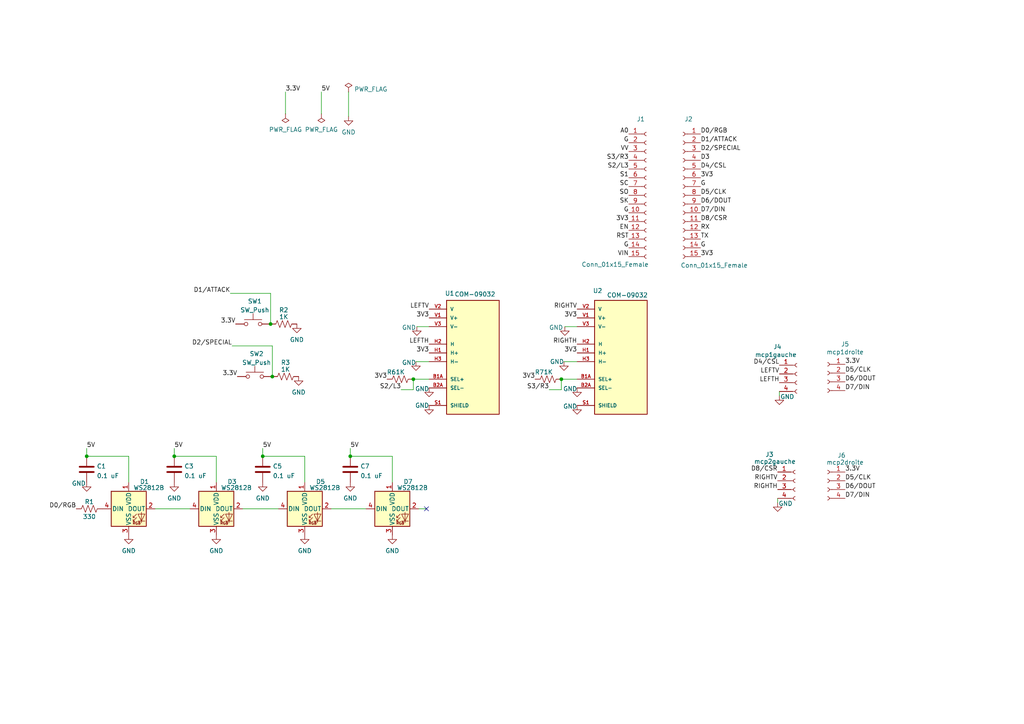
<source format=kicad_sch>
(kicad_sch (version 20211123) (generator eeschema)
  (paper "A4")
  (title_block (title "Manette_Robot_NAO") (date "2022-11-15") (rev "1.0") (company "Cégep de Sherbrooke") (comment 1 "Technologie de systèmes ordinés") (comment 2 "Gestion de l'information") (comment 3 "247-517-SH") (comment 4 "Marc-Étienne Gendron-Fontaine, Jessy Grimard-Maheux, Zachary Poulin et Mohammad Barin Wahidi"))
  (lib_symbols
    (symbol "Connector:Conn_01x04_Female" (pin_names (offset 1.016) hide)
      (property "Reference" "J" (at 0 5.08 0))
      (property "Value" "Conn_01x04_Female" (at 0 -7.62 0))
      (symbol "Conn_01x04_Female_1_1"
        (arc (start 0 -4.572) (mid -0.508 -5.08) (end 0 -5.588) (stroke (width 0.1524)))
        (arc (start 0 -2.032) (mid -0.508 -2.54) (end 0 -3.048) (stroke (width 0.1524)))
        (polyline (pts (xy -1.27 -5.08) (xy -0.508 -5.08)) (stroke (width 0.1524)))
        (polyline (pts (xy -1.27 -2.54) (xy -0.508 -2.54)) (stroke (width 0.1524)))
        (polyline (pts (xy -1.27 0) (xy -0.508 0)) (stroke (width 0.1524)))
        (polyline (pts (xy -1.27 2.54) (xy -0.508 2.54)) (stroke (width 0.1524)))
        (arc (start 0 0.508) (mid -0.508 0) (end 0 -0.508) (stroke (width 0.1524)))
        (arc (start 0 3.048) (mid -0.508 2.54) (end 0 2.032) (stroke (width 0.1524)))
        (pin passive line (at -5.08 2.54 0) (length 3.81) (name "Pin_1") (number "1"))
        (pin passive line (at -5.08 0 0) (length 3.81) (name "Pin_2") (number "2"))
        (pin passive line (at -5.08 -2.54 0) (length 3.81) (name "Pin_3") (number "3"))
        (pin passive line (at -5.08 -5.08 0) (length 3.81) (name "Pin_4") (number "4"))
      )
    )
    (symbol "Connector:Conn_01x15_Female" (pin_names (offset 1.016) hide)
      (property "Reference" "J" (at 0 20.32 0))
      (property "Value" "Conn_01x15_Female" (at 0 -20.32 0))
      (symbol "Conn_01x15_Female_1_1"
        (arc (start 0 -17.272) (mid -0.508 -17.78) (end 0 -18.288) (stroke (width 0.1524)))
        (arc (start 0 -14.732) (mid -0.508 -15.24) (end 0 -15.748) (stroke (width 0.1524)))
        (arc (start 0 -12.192) (mid -0.508 -12.7) (end 0 -13.208) (stroke (width 0.1524)))
        (arc (start 0 -9.652) (mid -0.508 -10.16) (end 0 -10.668) (stroke (width 0.1524)))
        (arc (start 0 -7.112) (mid -0.508 -7.62) (end 0 -8.128) (stroke (width 0.1524)))
        (arc (start 0 -4.572) (mid -0.508 -5.08) (end 0 -5.588) (stroke (width 0.1524)))
        (arc (start 0 -2.032) (mid -0.508 -2.54) (end 0 -3.048) (stroke (width 0.1524)))
        (polyline (pts (xy -1.27 -17.78) (xy -0.508 -17.78)) (stroke (width 0.1524)))
        (polyline (pts (xy -1.27 -15.24) (xy -0.508 -15.24)) (stroke (width 0.1524)))
        (polyline (pts (xy -1.27 -12.7) (xy -0.508 -12.7)) (stroke (width 0.1524)))
        (polyline (pts (xy -1.27 -10.16) (xy -0.508 -10.16)) (stroke (width 0.1524)))
        (polyline (pts (xy -1.27 -7.62) (xy -0.508 -7.62)) (stroke (width 0.1524)))
        (polyline (pts (xy -1.27 -5.08) (xy -0.508 -5.08)) (stroke (width 0.1524)))
        (polyline (pts (xy -1.27 -2.54) (xy -0.508 -2.54)) (stroke (width 0.1524)))
        (polyline (pts (xy -1.27 0) (xy -0.508 0)) (stroke (width 0.1524)))
        (polyline (pts (xy -1.27 2.54) (xy -0.508 2.54)) (stroke (width 0.1524)))
        (polyline (pts (xy -1.27 5.08) (xy -0.508 5.08)) (stroke (width 0.1524)))
        (polyline (pts (xy -1.27 7.62) (xy -0.508 7.62)) (stroke (width 0.1524)))
        (polyline (pts (xy -1.27 10.16) (xy -0.508 10.16)) (stroke (width 0.1524)))
        (polyline (pts (xy -1.27 12.7) (xy -0.508 12.7)) (stroke (width 0.1524)))
        (polyline (pts (xy -1.27 15.24) (xy -0.508 15.24)) (stroke (width 0.1524)))
        (polyline (pts (xy -1.27 17.78) (xy -0.508 17.78)) (stroke (width 0.1524)))
        (arc (start 0 0.508) (mid -0.508 0) (end 0 -0.508) (stroke (width 0.1524)))
        (arc (start 0 3.048) (mid -0.508 2.54) (end 0 2.032) (stroke (width 0.1524)))
        (arc (start 0 5.588) (mid -0.508 5.08) (end 0 4.572) (stroke (width 0.1524)))
        (arc (start 0 8.128) (mid -0.508 7.62) (end 0 7.112) (stroke (width 0.1524)))
        (arc (start 0 10.668) (mid -0.508 10.16) (end 0 9.652) (stroke (width 0.1524)))
        (arc (start 0 13.208) (mid -0.508 12.7) (end 0 12.192) (stroke (width 0.1524)))
        (arc (start 0 15.748) (mid -0.508 15.24) (end 0 14.732) (stroke (width 0.1524)))
        (arc (start 0 18.288) (mid -0.508 17.78) (end 0 17.272) (stroke (width 0.1524)))
        (pin passive line (at -5.08 17.78 0) (length 3.81) (name "Pin_1") (number "1"))
        (pin passive line (at -5.08 -5.08 0) (length 3.81) (name "Pin_10") (number "10"))
        (pin passive line (at -5.08 -7.62 0) (length 3.81) (name "Pin_11") (number "11"))
        (pin passive line (at -5.08 -10.16 0) (length 3.81) (name "Pin_12") (number "12"))
        (pin passive line (at -5.08 -12.7 0) (length 3.81) (name "Pin_13") (number "13"))
        (pin passive line (at -5.08 -15.24 0) (length 3.81) (name "Pin_14") (number "14"))
        (pin passive line (at -5.08 -17.78 0) (length 3.81) (name "Pin_15") (number "15"))
        (pin passive line (at -5.08 15.24 0) (length 3.81) (name "Pin_2") (number "2"))
        (pin passive line (at -5.08 12.7 0) (length 3.81) (name "Pin_3") (number "3"))
        (pin passive line (at -5.08 10.16 0) (length 3.81) (name "Pin_4") (number "4"))
        (pin passive line (at -5.08 7.62 0) (length 3.81) (name "Pin_5") (number "5"))
        (pin passive line (at -5.08 5.08 0) (length 3.81) (name "Pin_6") (number "6"))
        (pin passive line (at -5.08 2.54 0) (length 3.81) (name "Pin_7") (number "7"))
        (pin passive line (at -5.08 0 0) (length 3.81) (name "Pin_8") (number "8"))
        (pin passive line (at -5.08 -2.54 0) (length 3.81) (name "Pin_9") (number "9"))
      )
    )
    (symbol "Device:C" (pin_numbers hide) (pin_names (offset 0.254))
      (property "Reference" "C" (at 0.635 2.54 0))
      (property "Value" "C" (at 0.635 -2.54 0))
      (symbol "C_0_1"
        (polyline (pts (xy -2.032 -0.762) (xy 2.032 -0.762)) (stroke (width 0.508)))
        (polyline (pts (xy -2.032 0.762) (xy 2.032 0.762)) (stroke (width 0.508)))
      )
      (symbol "C_1_1"
        (pin passive line (at 0 3.81 270) (length 2.794) (name "~") (number "1"))
        (pin passive line (at 0 -3.81 90) (length 2.794) (name "~") (number "2"))
      )
    )
    (symbol "Device:R_US" (pin_numbers hide) (pin_names (offset 0))
      (property "Reference" "R" (at 2.54 0 90))
      (property "Value" "R_US" (at -2.54 0 90))
      (symbol "R_US_0_1"
        (polyline (pts (xy 0 -2.286) (xy 0 -2.54)))
        (polyline (pts (xy 0 2.286) (xy 0 2.54)))
        (polyline (pts (xy 0 -0.762) (xy 1.016 -1.143) (xy 0 -1.524) (xy -1.016 -1.905) (xy 0 -2.286)))
        (polyline (pts (xy 0 0.762) (xy 1.016 0.381) (xy 0 0) (xy -1.016 -0.381) (xy 0 -0.762)))
        (polyline (pts (xy 0 2.286) (xy 1.016 1.905) (xy 0 1.524) (xy -1.016 1.143) (xy 0 0.762)))
      )
      (symbol "R_US_1_1"
        (pin passive line (at 0 3.81 270) (length 1.27) (name "~") (number "1"))
        (pin passive line (at 0 -3.81 90) (length 1.27) (name "~") (number "2"))
      )
    )
    (symbol "LED:WS2812B" (pin_names (offset 0.254))
      (property "Reference" "D" (at 5.08 5.715 0))
      (property "Value" "WS2812B" (at 1.27 -5.715 0))
      (symbol "WS2812B_0_0"
        (text "RGB" (at 2.286 -4.191 0) (effects (font (size 0.762 0.762))))
      )
      (symbol "WS2812B_0_1"
        (polyline (pts (xy 1.27 -3.556) (xy 1.778 -3.556)))
        (polyline (pts (xy 1.27 -2.54) (xy 1.778 -2.54)))
        (polyline (pts (xy 4.699 -3.556) (xy 2.667 -3.556)))
        (polyline (pts (xy 2.286 -2.54) (xy 1.27 -3.556) (xy 1.27 -3.048)))
        (polyline (pts (xy 2.286 -1.524) (xy 1.27 -2.54) (xy 1.27 -2.032)))
        (polyline (pts (xy 3.683 -1.016) (xy 3.683 -3.556) (xy 3.683 -4.064)))
        (polyline (pts (xy 4.699 -1.524) (xy 2.667 -1.524) (xy 3.683 -3.556) (xy 4.699 -1.524)))
        (rectangle (start 5.08 5.08) (end -5.08 -5.08) (stroke (width 0.254)) (fill (type background)))
      )
      (symbol "WS2812B_1_1"
        (pin power_in line (at 0 7.62 270) (length 2.54) (name "VDD") (number "1"))
        (pin output line (at 7.62 0 180) (length 2.54) (name "DOUT") (number "2"))
        (pin power_in line (at 0 -7.62 90) (length 2.54) (name "VSS") (number "3"))
        (pin input line (at -7.62 0 0) (length 2.54) (name "DIN") (number "4"))
      )
    )
    (symbol "LibForCustom:COM-09032" (pin_names (offset 1.016))
      (property "Reference" "U" (at -7.62 16.002 0))
      (property "Value" "COM-09032" (at -7.62 -20.32 0))
      (symbol "COM-09032_0_0"
        (rectangle (start -7.62 -17.78) (end 7.62 15.24) (stroke (width 0.254)) (fill (type background)))
        (pin passive line (at -12.7 -7.62 0) (length 5.08) (name "SEL+") (number "B1A"))
        (pin passive line (at -12.7 -10.16 0) (length 5.08) (name "SEL-") (number "B2A"))
        (pin passive line (at -12.7 0 0) (length 5.08) (name "H+") (number "H1"))
        (pin passive line (at -12.7 2.54 0) (length 5.08) (name "H") (number "H2"))
        (pin passive line (at -12.7 -2.54 0) (length 5.08) (name "H-") (number "H3"))
        (pin passive line (at -12.7 -15.24 0) (length 5.08) (name "SHIELD") (number "S1"))
        (pin passive line (at -12.7 -15.24 0) (length 5.08) hide (name "SHIELD") (number "S2"))
        (pin passive line (at -12.7 -15.24 0) (length 5.08) hide (name "SHIELD") (number "S3"))
        (pin passive line (at -12.7 -15.24 0) (length 5.08) hide (name "SHIELD") (number "S4"))
        (pin passive line (at -12.7 10.16 0) (length 5.08) (name "V+") (number "V1"))
        (pin passive line (at -12.7 12.7 0) (length 5.08) (name "V") (number "V2"))
        (pin passive line (at -12.7 7.62 0) (length 5.08) (name "V-") (number "V3"))
      )
    )
    (symbol "Switch:SW_Push" (pin_numbers hide) (pin_names (offset 1.016) hide)
      (property "Reference" "SW" (at 1.27 2.54 0))
      (property "Value" "SW_Push" (at 0 -1.524 0))
      (symbol "SW_Push_0_1"
        (circle (center -2.032 0) (radius 0.508))
        (polyline (pts (xy 0 1.27) (xy 0 3.048)))
        (polyline (pts (xy 2.54 1.27) (xy -2.54 1.27)))
        (circle (center 2.032 0) (radius 0.508))
        (pin passive line (at -5.08 0 0) (length 2.54) (name "1") (number "1"))
        (pin passive line (at 5.08 0 180) (length 2.54) (name "2") (number "2"))
      )
    )
    (symbol "power:GND" (power) (pin_names (offset 0))
      (property "Value" "GND" (at 0 -3.81 0))
      (symbol "GND_0_1"
        (polyline (pts (xy 0 0) (xy 0 -1.27) (xy 1.27 -1.27) (xy 0 -2.54) (xy -1.27 -1.27) (xy 0 -1.27)))
      )
      (symbol "GND_1_1"
        (pin power_in line (at 0 0 270) (length 0) hide (name "GND") (number "1"))
      )
    )
    (symbol "power:PWR_FLAG" (power) (pin_numbers hide) (pin_names (offset 0) hide)
      (property "Value" "PWR_FLAG" (at 0 3.81 0))
      (symbol "PWR_FLAG_0_0"
        (pin power_out line (at 0 0 90) (length 0) (name "pwr") (number "1"))
      )
      (symbol "PWR_FLAG_0_1"
        (polyline (pts (xy 0 0) (xy 0 1.27) (xy -1.016 1.905) (xy 0 2.54) (xy 1.016 1.905) (xy 0 1.27)))
      )
    )
  )
  (junction (at 78.994 109.22))
  (junction (at 76.2 132.334))
  (junction (at 101.6 132.334))
  (junction (at 78.486 93.98))
  (junction (at 162.814 109.982))
  (junction (at 119.888 109.982))
  (junction (at 25.146 132.334))
  (junction (at 50.546 132.334))
  (no_connect (at 123.698 147.574))
  (wire (pts (xy 78.486 93.98) (xy 78.486 85.09)))
  (wire (pts (xy 76.2 130.048) (xy 76.2 132.334)))
  (wire (pts (xy 96.012 147.574) (xy 106.172 147.574)))
  (wire (pts (xy 93.218 33.02) (xy 93.218 26.67)))
  (wire (pts (xy 124.46 109.982) (xy 119.888 109.982)))
  (wire (pts (xy 226.06 113.538) (xy 226.06 114.808)))
  (wire (pts (xy 76.2 132.334) (xy 88.392 132.334)))
  (wire (pts (xy 78.994 109.22) (xy 78.994 100.33)))
  (wire (pts (xy 163.83 94.742) (xy 167.386 94.742)))
  (wire (pts (xy 37.338 132.334) (xy 37.338 139.954)))
  (wire (pts (xy 82.804 33.02) (xy 82.804 26.67)))
  (wire (pts (xy 120.904 94.742) (xy 124.46 94.742)))
  (wire (pts (xy 62.738 132.334) (xy 62.738 139.954)))
  (wire (pts (xy 163.576 104.902) (xy 167.386 104.902)))
  (wire (pts (xy 167.386 109.982) (xy 162.814 109.982)))
  (wire (pts (xy 25.146 130.048) (xy 25.146 132.334)))
  (wire (pts (xy 159.258 113.03) (xy 162.814 113.03)))
  (wire (pts (xy 25.146 132.334) (xy 37.338 132.334)))
  (wire (pts (xy 50.546 130.048) (xy 50.546 132.334)))
  (wire (pts (xy 78.994 100.33) (xy 67.31 100.33)))
  (wire (pts (xy 116.332 113.03) (xy 119.888 113.03)))
  (wire (pts (xy 120.65 104.902) (xy 124.46 104.902)))
  (wire (pts (xy 70.358 147.574) (xy 80.772 147.574)))
  (wire (pts (xy 78.486 85.09) (xy 66.802 85.09)))
  (wire (pts (xy 225.552 144.526) (xy 225.552 145.796)))
  (wire (pts (xy 50.546 132.334) (xy 62.738 132.334)))
  (wire (pts (xy 162.814 109.982) (xy 162.814 113.03)))
  (wire (pts (xy 113.792 132.334) (xy 113.792 139.954)))
  (wire (pts (xy 121.412 147.574) (xy 123.698 147.574)))
  (wire (pts (xy 44.958 147.574) (xy 55.118 147.574)))
  (wire (pts (xy 119.888 109.982) (xy 119.888 113.03)))
  (wire (pts (xy 88.392 132.334) (xy 88.392 139.954)))
  (wire (pts (xy 101.6 130.048) (xy 101.6 132.334)))
  (wire (pts (xy 101.6 132.334) (xy 113.792 132.334)))
  (wire (pts (xy 101.092 26.67) (xy 101.092 33.782)))
  (label "D7{slash}DIN" (at 245.11 144.526 0))
  (label "5V" (at 76.2 130.048 0))
  (label "D6{slash}DOUT" (at 245.11 141.986 0))
  (label "5V" (at 93.218 26.67 0))
  (label "G" (at 182.372 41.402 180))
  (label "LEFTV" (at 226.06 108.458 180))
  (label "VIN" (at 182.372 74.422 180))
  (label "D7{slash}DIN" (at 245.11 113.284 0))
  (label "D8{slash}CSR" (at 225.552 136.906 180))
  (label "G" (at 182.372 61.722 180))
  (label "D1{slash}ATTACK" (at 66.802 85.09 180))
  (label "D2{slash}SPECIAL" (at 67.31 100.33 180))
  (label "D2{slash}SPECIAL" (at 203.2 43.942 0))
  (label "3V3" (at 124.46 102.362 180))
  (label "D0{slash}RGB" (at 203.2 38.862 0))
  (label "RST" (at 182.372 69.342 180))
  (label "A0" (at 182.372 38.862 180))
  (label "G" (at 203.2 54.102 0))
  (label "RIGHTH" (at 225.552 141.986 180))
  (label "D6{slash}DOUT" (at 203.2 59.182 0))
  (label "SO" (at 182.372 56.642 180))
  (label "EN" (at 182.372 66.802 180))
  (label "D4{slash}CSL" (at 226.06 105.918 180))
  (label "D1{slash}ATTACK" (at 203.2 41.402 0))
  (label "D5{slash}CLK" (at 245.11 139.446 0))
  (label "5V" (at 101.6 130.048 0))
  (label "RIGHTH" (at 167.386 99.822 180))
  (label "S2{slash}L3" (at 182.372 49.022 180))
  (label "3V3" (at 203.2 51.562 0))
  (label "3V3" (at 203.2 74.422 0))
  (label "G" (at 182.372 71.882 180))
  (label "3.3V" (at 68.834 109.22 180))
  (label "3V3" (at 167.386 92.202 180))
  (label "D5{slash}CLK" (at 245.11 108.204 0))
  (label "RIGHTV" (at 167.386 89.662 180))
  (label "D3" (at 203.2 46.482 0))
  (label "D4{slash}CSL" (at 203.2 49.022 0))
  (label "5V" (at 25.146 130.048 0))
  (label "VV" (at 182.372 43.942 180))
  (label "3.3V" (at 245.11 136.906 0))
  (label "3V3" (at 182.372 64.262 180))
  (label "S2{slash}L3" (at 116.332 113.03 180))
  (label "3V3" (at 112.268 109.982 180))
  (label "S1" (at 182.372 51.562 180))
  (label "D0{slash}RGB" (at 22.098 147.574 180))
  (label "D6{slash}DOUT" (at 245.11 110.744 0))
  (label "3V3" (at 155.194 109.982 180))
  (label "SK" (at 182.372 59.182 180))
  (label "3V3" (at 167.386 102.362 180))
  (label "S3{slash}R3" (at 182.372 46.482 180))
  (label "LEFTV" (at 124.46 89.662 180))
  (label "RIGHTV" (at 225.552 139.446 180))
  (label "SC" (at 182.372 54.102 180))
  (label "LEFTH" (at 226.06 110.998 180))
  (label "D7{slash}DIN" (at 203.2 61.722 0))
  (label "G" (at 203.2 71.882 0))
  (label "3V3" (at 124.46 92.202 180))
  (label "3.3V" (at 245.11 105.664 0))
  (label "LEFTH" (at 124.46 99.822 180))
  (label "RX" (at 203.2 66.802 0))
  (label "D8{slash}CSR" (at 203.2 64.262 0))
  (label "S3{slash}R3" (at 159.258 113.03 180))
  (label "D5{slash}CLK" (at 203.2 56.642 0))
  (label "3.3V" (at 82.804 26.67 0))
  (label "TX" (at 203.2 69.342 0))
  (label "3.3V" (at 68.326 93.98 180))
  (label "5V" (at 50.546 130.048 0))
  (symbol (lib_id "Connector:Conn_01x15_Female") (at 187.452 56.642 0) (unit 1)
    (property "Reference" "J1" (at 184.658 34.544 0) (effects (justify left)))
    (property "Value" "Conn_01x15_Female" (at 168.656 76.708 0) (effects (justify left)))
    (property "Footprint" "Connector_PinSocket_2.54mm:PinSocket_1x15_P2.54mm_Vertical" (effects hide))
  )
  (symbol (lib_id "power:GND") (at 25.146 139.954 0) (unit 1)
    (property "Reference" "#PWR01" (effects hide))
    (property "Value" "GND" (at 22.86 140.208 0))
  )
  (symbol (lib_id "Device:R_US") (at 82.804 109.22 90) (unit 1)
    (property "Reference" "R3" (at 82.804 105.156 90))
    (property "Value" "1K" (at 82.804 107.1396 90))
    (property "Footprint" "Capacitor_SMD:C_0805_2012Metric_Pad1.18x1.45mm_HandSolder" (effects hide))
  )
  (symbol (lib_id "power:GND") (at 124.46 117.602 0) (unit 1)
    (property "Reference" "#PWR024" (effects hide))
    (property "Value" "GND" (at 122.428 117.602 0))
  )
  (symbol (lib_id "power:GND") (at 101.092 33.782 0) (unit 1)
    (property "Reference" "#PWR031" (effects hide))
    (property "Value" "GND" (at 101.092 38.3445 0))
  )
  (symbol (lib_id "power:GND") (at 124.46 112.522 0) (unit 1)
    (property "Reference" "#PWR023" (effects hide))
    (property "Value" "GND" (at 122.428 112.776 0))
  )
  (symbol (lib_id "LED:WS2812B") (at 37.338 147.574 0) (unit 1)
    (property "Reference" "D1" (at 41.91 139.7 0))
    (property "Value" "WS2812B" (at 43.18 141.478 0))
    (property "Footprint" "LED_SMD:LED_WS2812B_PLCC4_5.0x5.0mm_P3.2mm" (effects hide))
    (property "Datasheet" "https://cdn-shop.adafruit.com/datasheets/WS2812B.pdf" (effects hide))
  )
  (symbol (lib_id "power:GND") (at 163.83 94.742 0) (unit 1)
    (property "Reference" "#PWR026" (effects hide))
    (property "Value" "GND" (at 161.29 94.996 0))
  )
  (symbol (lib_id "Device:C") (at 50.546 136.144 180) (unit 1)
    (property "Reference" "C3" (at 53.467 135.2355 0) (effects (justify right)))
    (property "Value" "0.1 uF" (at 53.467 138.0106 0) (effects (justify right)))
    (property "Footprint" "Capacitor_SMD:C_0805_2012Metric_Pad1.18x1.45mm_HandSolder" (effects hide))
  )
  (symbol (lib_id "power:GND") (at 167.386 112.522 0) (unit 1)
    (property "Reference" "#PWR027" (effects hide))
    (property "Value" "GND" (at 165.354 112.776 0))
  )
  (symbol (lib_id "Device:C") (at 76.2 136.144 180) (unit 1)
    (property "Reference" "C5" (at 79.121 135.2355 0) (effects (justify right)))
    (property "Value" "0.1 uF" (at 79.121 138.0106 0) (effects (justify right)))
    (property "Footprint" "Capacitor_SMD:C_0805_2012Metric_Pad1.18x1.45mm_HandSolder" (effects hide))
  )
  (symbol (lib_id "power:GND") (at 225.552 145.796 0) (unit 1)
    (property "Reference" "#PWR029" (effects hide))
    (property "Value" "GND" (at 227.838 146.05 0))
  )
  (symbol (lib_id "power:GND") (at 86.106 93.98 0) (unit 1)
    (property "Reference" "#PWR011" (effects hide))
    (property "Value" "GND" (at 86.106 98.5425 0))
  )
  (symbol (lib_id "power:PWR_FLAG") (at 82.804 33.02 180) (unit 1)
    (property "Reference" "#FLG03" (effects hide))
    (property "Value" "PWR_FLAG" (at 82.804 37.5825 0))
  )
  (symbol (lib_id "Device:C") (at 25.146 136.144 180) (unit 1)
    (property "Reference" "C1" (at 28.067 135.2355 0) (effects (justify right)))
    (property "Value" "0.1 uF" (at 28.067 138.0106 0) (effects (justify right)))
    (property "Footprint" "Capacitor_SMD:C_0805_2012Metric_Pad1.18x1.45mm_HandSolder" (effects hide))
  )
  (symbol (lib_id "LED:WS2812B") (at 62.738 147.574 0) (unit 1)
    (property "Reference" "D3" (at 67.31 139.7 0))
    (property "Value" "WS2812B" (at 68.58 141.478 0))
    (property "Footprint" "LED_SMD:LED_WS2812B_PLCC4_5.0x5.0mm_P3.2mm" (effects hide))
    (property "Datasheet" "https://cdn-shop.adafruit.com/datasheets/WS2812B.pdf" (effects hide))
  )
  (symbol (lib_id "Connector:Conn_01x04_Female") (at 240.03 108.204 0) (mirror y) (unit 1)
    (property "Reference" "J5" (at 245.11 99.822 0))
    (property "Value" "mcp1droite" (at 245.11 102.108 0))
    (property "Footprint" "Connector_PinSocket_2.54mm:PinSocket_1x04_P2.54mm_Vertical" (effects hide))
  )
  (symbol (lib_id "power:GND") (at 167.386 117.602 0) (unit 1)
    (property "Reference" "#PWR028" (effects hide))
    (property "Value" "GND" (at 165.354 117.856 0))
  )
  (symbol (lib_id "power:GND") (at 86.614 109.22 0) (unit 1)
    (property "Reference" "#PWR012" (effects hide))
    (property "Value" "GND" (at 86.614 113.7825 0))
  )
  (symbol (lib_id "power:GND") (at 120.904 94.742 0) (unit 1)
    (property "Reference" "#PWR022" (effects hide))
    (property "Value" "GND" (at 118.618 94.996 0))
  )
  (symbol (lib_id "power:GND") (at 101.6 139.954 0) (unit 1)
    (property "Reference" "#PWR017" (effects hide))
    (property "Value" "GND" (at 101.6 144.5165 0))
  )
  (symbol (lib_id "LED:WS2812B") (at 88.392 147.574 0) (unit 1)
    (property "Reference" "D5" (at 92.964 139.7 0))
    (property "Value" "WS2812B" (at 94.234 141.478 0))
    (property "Footprint" "LED_SMD:LED_WS2812B_PLCC4_5.0x5.0mm_P3.2mm" (effects hide))
    (property "Datasheet" "https://cdn-shop.adafruit.com/datasheets/WS2812B.pdf" (effects hide))
  )
  (symbol (lib_id "LED:WS2812B") (at 113.792 147.574 0) (unit 1)
    (property "Reference" "D7" (at 118.364 139.7 0))
    (property "Value" "WS2812B" (at 119.634 141.478 0))
    (property "Footprint" "LED_SMD:LED_WS2812B_PLCC4_5.0x5.0mm_P3.2mm" (effects hide))
    (property "Datasheet" "https://cdn-shop.adafruit.com/datasheets/WS2812B.pdf" (effects hide))
  )
  (symbol (lib_id "Device:R_US") (at 82.296 93.98 90) (unit 1)
    (property "Reference" "R2" (at 82.296 89.916 90))
    (property "Value" "1K" (at 82.296 91.8996 90))
    (property "Footprint" "Capacitor_SMD:C_0805_2012Metric_Pad1.18x1.45mm_HandSolder" (effects hide))
  )
  (symbol (lib_id "power:PWR_FLAG") (at 101.092 26.67 0) (unit 1)
    (property "Reference" "#FLG02" (effects hide))
    (property "Value" "PWR_FLAG" (at 102.743 25.879 0) (effects (justify left)))
  )
  (symbol (lib_id "power:GND") (at 226.06 114.808 0) (unit 1)
    (property "Reference" "#PWR030" (effects hide))
    (property "Value" "GND" (at 228.346 115.062 0))
  )
  (symbol (lib_id "Device:R_US") (at 25.908 147.574 90) (unit 1)
    (property "Reference" "R1" (at 25.908 145.542 90))
    (property "Value" "330" (at 25.908 149.86 90))
    (property "Footprint" "Capacitor_SMD:C_0805_2012Metric_Pad1.18x1.45mm_HandSolder" (effects hide))
  )
  (symbol (lib_id "Device:R_US") (at 159.004 109.982 90) (unit 1)
    (property "Reference" "R7" (at 156.464 107.95 90))
    (property "Value" "1K" (at 159.004 107.9016 90))
    (property "Footprint" "Capacitor_SMD:C_0805_2012Metric_Pad1.18x1.45mm_HandSolder" (effects hide))
  )
  (symbol (lib_id "Connector:Conn_01x04_Female") (at 231.14 108.458 0) (unit 1)
    (property "Reference" "J4" (at 224.282 100.584 0) (effects (justify left)))
    (property "Value" "mcp1gauche" (at 218.948 102.87 0) (effects (justify left)))
    (property "Footprint" "Connector_PinSocket_2.54mm:PinSocket_1x04_P2.54mm_Vertical" (effects hide))
  )
  (symbol (lib_id "power:PWR_FLAG") (at 93.218 33.02 180) (unit 1)
    (property "Reference" "#FLG01" (effects hide))
    (property "Value" "PWR_FLAG" (at 93.218 37.5825 0))
  )
  (symbol (lib_id "LibForCustom:COM-09032") (at 137.16 102.362 0) (unit 1)
    (property "Reference" "U1" (at 129.032 85.09 0) (effects (justify left)))
    (property "Value" "COM-09032" (at 131.826 85.344 0) (effects (justify left)))
    (property "Footprint" "COM-09032:XDCR_COM-09032" (effects hide))
    (property "STANDARD" "Manufacturer Recommendations" (effects hide))
    (property "PARTREV" "N/A" (effects hide))
    (property "MANUFACTURER" " " (effects hide))
    (property "MAXIMUM_PACKAGE_HEIGHT" "30.1mm" (effects hide))
  )
  (symbol (lib_id "power:GND") (at 113.792 155.194 0) (unit 1)
    (property "Reference" "#PWR019" (effects hide))
    (property "Value" "GND" (at 113.792 159.7565 0))
  )
  (symbol (lib_id "Connector:Conn_01x15_Female") (at 198.12 56.642 0) (mirror y) (unit 1)
    (property "Reference" "J2" (at 200.914 34.544 0) (effects (justify left)))
    (property "Value" "Conn_01x15_Female" (at 216.916 76.962 0) (effects (justify left)))
    (property "Footprint" "Connector_PinSocket_2.54mm:PinSocket_1x15_P2.54mm_Vertical" (effects hide))
  )
  (symbol (lib_id "LibForCustom:COM-09032") (at 180.086 102.362 0) (unit 1)
    (property "Reference" "U2" (at 171.958 84.328 0) (effects (justify left)))
    (property "Value" "COM-09032" (at 176.022 85.598 0) (effects (justify left)))
    (property "Footprint" "COM-09032:XDCR_COM-09032" (effects hide))
    (property "STANDARD" "Manufacturer Recommendations" (effects hide))
    (property "PARTREV" "N/A" (effects hide))
    (property "MANUFACTURER" " " (effects hide))
    (property "MAXIMUM_PACKAGE_HEIGHT" "30.1mm" (effects hide))
  )
  (symbol (lib_id "power:GND") (at 62.738 155.194 0) (unit 1)
    (property "Reference" "#PWR07" (effects hide))
    (property "Value" "GND" (at 62.738 159.7565 0))
  )
  (symbol (lib_id "power:GND") (at 120.65 104.902 0) (unit 1)
    (property "Reference" "#PWR021" (effects hide))
    (property "Value" "GND" (at 118.618 105.156 0))
  )
  (symbol (lib_id "power:GND") (at 88.392 155.194 0) (unit 1)
    (property "Reference" "#PWR015" (effects hide))
    (property "Value" "GND" (at 88.392 159.7565 0))
  )
  (symbol (lib_id "Switch:SW_Push") (at 73.406 93.98 0) (unit 1)
    (property "Reference" "SW1" (at 73.914 87.376 0))
    (property "Value" "SW_Push" (at 73.914 89.916 0))
    (property "Footprint" "Button_Switch_THT:SW_PUSH-12mm" (effects hide))
  )
  (symbol (lib_id "Connector:Conn_01x04_Female") (at 240.03 139.446 0) (mirror y) (unit 1)
    (property "Reference" "J6" (at 244.094 132.08 0))
    (property "Value" "mcp2droite" (at 245.11 134.112 0))
    (property "Footprint" "Connector_PinSocket_2.54mm:PinSocket_1x04_P2.54mm_Vertical" (effects hide))
  )
  (symbol (lib_id "power:GND") (at 37.338 155.194 0) (unit 1)
    (property "Reference" "#PWR03" (effects hide))
    (property "Value" "GND" (at 37.338 159.7565 0))
  )
  (symbol (lib_id "power:GND") (at 76.2 139.954 0) (unit 1)
    (property "Reference" "#PWR09" (effects hide))
    (property "Value" "GND" (at 76.2 144.5165 0))
  )
  (symbol (lib_id "Connector:Conn_01x04_Female") (at 230.632 139.446 0) (unit 1)
    (property "Reference" "J3" (at 221.996 131.826 0) (effects (justify left)))
    (property "Value" "mcp2gauche" (at 218.694 133.858 0) (effects (justify left)))
    (property "Footprint" "Connector_PinSocket_2.54mm:PinSocket_1x04_P2.54mm_Vertical" (effects hide))
  )
  (symbol (lib_id "power:GND") (at 50.546 139.954 0) (unit 1)
    (property "Reference" "#PWR05" (effects hide))
    (property "Value" "GND" (at 50.546 144.5165 0))
  )
  (symbol (lib_id "Device:R_US") (at 116.078 109.982 90) (unit 1)
    (property "Reference" "R6" (at 113.538 107.95 90))
    (property "Value" "1K" (at 116.078 107.9016 90))
    (property "Footprint" "Capacitor_SMD:C_0805_2012Metric_Pad1.18x1.45mm_HandSolder" (effects hide))
  )
  (symbol (lib_id "Switch:SW_Push") (at 73.914 109.22 0) (unit 1)
    (property "Reference" "SW2" (at 74.422 102.616 0))
    (property "Value" "SW_Push" (at 74.422 105.156 0))
    (property "Footprint" "Button_Switch_THT:SW_PUSH-12mm" (effects hide))
  )
  (symbol (lib_id "power:GND") (at 163.576 104.902 0) (unit 1)
    (property "Reference" "#PWR025" (effects hide))
    (property "Value" "GND" (at 161.544 104.902 0))
  )
  (symbol (lib_id "Device:C") (at 101.6 136.144 180) (unit 1)
    (property "Reference" "C7" (at 104.521 135.2355 0) (effects (justify right)))
    (property "Value" "0.1 uF" (at 104.521 138.0106 0) (effects (justify right)))
    (property "Footprint" "Capacitor_SMD:C_0805_2012Metric_Pad1.18x1.45mm_HandSolder" (effects hide))
  )
)
</source>
